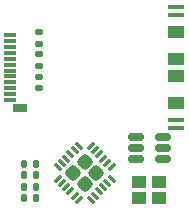
<source format=gbr>
%TF.GenerationSoftware,KiCad,Pcbnew,8.0.8*%
%TF.CreationDate,2025-02-21T00:18:55+11:00*%
%TF.ProjectId,FrameworkDongleHiderRetrofit,4672616d-6577-46f7-926b-446f6e676c65,rev?*%
%TF.SameCoordinates,Original*%
%TF.FileFunction,Paste,Top*%
%TF.FilePolarity,Positive*%
%FSLAX46Y46*%
G04 Gerber Fmt 4.6, Leading zero omitted, Abs format (unit mm)*
G04 Created by KiCad (PCBNEW 8.0.8) date 2025-02-21 00:18:55*
%MOMM*%
%LPD*%
G01*
G04 APERTURE LIST*
G04 Aperture macros list*
%AMRoundRect*
0 Rectangle with rounded corners*
0 $1 Rounding radius*
0 $2 $3 $4 $5 $6 $7 $8 $9 X,Y pos of 4 corners*
0 Add a 4 corners polygon primitive as box body*
4,1,4,$2,$3,$4,$5,$6,$7,$8,$9,$2,$3,0*
0 Add four circle primitives for the rounded corners*
1,1,$1+$1,$2,$3*
1,1,$1+$1,$4,$5*
1,1,$1+$1,$6,$7*
1,1,$1+$1,$8,$9*
0 Add four rect primitives between the rounded corners*
20,1,$1+$1,$2,$3,$4,$5,0*
20,1,$1+$1,$4,$5,$6,$7,0*
20,1,$1+$1,$6,$7,$8,$9,0*
20,1,$1+$1,$8,$9,$2,$3,0*%
G04 Aperture macros list end*
%ADD10RoundRect,0.140000X0.140000X0.170000X-0.140000X0.170000X-0.140000X-0.170000X0.140000X-0.170000X0*%
%ADD11RoundRect,0.140000X0.170000X-0.140000X0.170000X0.140000X-0.170000X0.140000X-0.170000X-0.140000X0*%
%ADD12R,1.150000X1.000000*%
%ADD13RoundRect,0.150000X0.512500X0.150000X-0.512500X0.150000X-0.512500X-0.150000X0.512500X-0.150000X0*%
%ADD14RoundRect,0.250000X0.417193X0.000000X0.000000X0.417193X-0.417193X0.000000X0.000000X-0.417193X0*%
%ADD15RoundRect,0.062500X0.291682X-0.203293X-0.203293X0.291682X-0.291682X0.203293X0.203293X-0.291682X0*%
%ADD16RoundRect,0.062500X0.291682X0.203293X0.203293X0.291682X-0.291682X-0.203293X-0.203293X-0.291682X0*%
%ADD17R,1.000000X0.380000*%
%ADD18R,1.150000X0.700000*%
%ADD19R,1.400000X1.000000*%
%ADD20R,1.400000X0.450000*%
%ADD21R,1.400000X0.455000*%
%ADD22RoundRect,0.135000X-0.185000X0.135000X-0.185000X-0.135000X0.185000X-0.135000X0.185000X0.135000X0*%
G04 APERTURE END LIST*
D10*
%TO.C,C6*%
X139457500Y-110860000D03*
X138497500Y-110860000D03*
%TD*%
D11*
%TO.C,C2*%
X139717500Y-99710000D03*
X139717500Y-98750000D03*
%TD*%
D10*
%TO.C,C5*%
X139457500Y-109890000D03*
X138497500Y-109890000D03*
%TD*%
D12*
%TO.C,Y1*%
X149927500Y-111390000D03*
X148177500Y-111390000D03*
X148177500Y-112790000D03*
X149927500Y-112790000D03*
%TD*%
D10*
%TO.C,C7*%
X139457500Y-111830000D03*
X138497500Y-111830000D03*
%TD*%
D13*
%TO.C,U2*%
X150227500Y-109490000D03*
X150227500Y-108540000D03*
X150227500Y-107590000D03*
X147952500Y-107590000D03*
X147952500Y-108540000D03*
X147952500Y-109490000D03*
%TD*%
D14*
%TO.C,U1*%
X143623686Y-111616175D03*
X142669092Y-110661581D03*
X144578280Y-110661581D03*
X143623686Y-109706987D03*
D15*
X144127500Y-112933162D03*
X144481053Y-112579608D03*
X144834606Y-112226055D03*
X145188160Y-111872501D03*
X145541713Y-111518948D03*
X145895267Y-111165395D03*
D16*
X145895267Y-110157767D03*
X145541713Y-109804214D03*
X145188160Y-109450661D03*
X144834606Y-109097107D03*
X144481053Y-108743554D03*
X144127500Y-108390000D03*
D15*
X143119872Y-108390000D03*
X142766319Y-108743554D03*
X142412766Y-109097107D03*
X142059212Y-109450661D03*
X141705659Y-109804214D03*
X141352105Y-110157767D03*
D16*
X141352105Y-111165395D03*
X141705659Y-111518948D03*
X142059212Y-111872501D03*
X142412766Y-112226055D03*
X142766319Y-112579608D03*
X143119872Y-112933162D03*
%TD*%
D17*
%TO.C,P1*%
X137327500Y-104490000D03*
X137327500Y-103990000D03*
X137327500Y-103490000D03*
X137327500Y-102990000D03*
X137327500Y-102490000D03*
X137327500Y-101990000D03*
X137327500Y-101490000D03*
X137327500Y-100990000D03*
X137327500Y-100490000D03*
X137327500Y-99990000D03*
X137327500Y-99490000D03*
X137327500Y-98990000D03*
D18*
X138167500Y-105160000D03*
%TD*%
D19*
%TO.C,J3*%
X151347500Y-104750000D03*
X151347500Y-102450000D03*
X151347500Y-101050000D03*
X151347500Y-98750000D03*
D20*
X151347500Y-96610000D03*
X151347500Y-97310000D03*
X151347500Y-106190000D03*
D21*
X151347500Y-106877500D03*
%TD*%
D22*
%TO.C,R1*%
X139717500Y-100600000D03*
X139717500Y-101620000D03*
%TD*%
D11*
%TO.C,C1*%
X139727500Y-103470000D03*
X139727500Y-102510000D03*
%TD*%
D10*
%TO.C,C8*%
X139457500Y-112800000D03*
X138497500Y-112800000D03*
%TD*%
M02*

</source>
